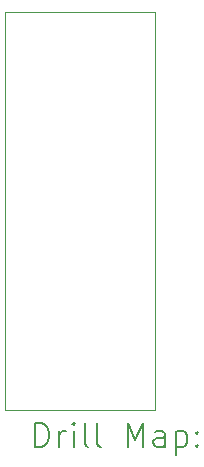
<source format=gbr>
%TF.GenerationSoftware,KiCad,Pcbnew,(6.0.11)*%
%TF.CreationDate,2024-01-12T21:04:41+00:00*%
%TF.ProjectId,EcoIDSwitch,45636f49-4453-4776-9974-63682e6b6963,rev?*%
%TF.SameCoordinates,Original*%
%TF.FileFunction,Drillmap*%
%TF.FilePolarity,Positive*%
%FSLAX45Y45*%
G04 Gerber Fmt 4.5, Leading zero omitted, Abs format (unit mm)*
G04 Created by KiCad (PCBNEW (6.0.11)) date 2024-01-12 21:04:41*
%MOMM*%
%LPD*%
G01*
G04 APERTURE LIST*
%ADD10C,0.100000*%
%ADD11C,0.200000*%
G04 APERTURE END LIST*
D10*
X16810000Y-6810000D02*
X15540000Y-6810000D01*
X15540000Y-6810000D02*
X15540000Y-10180000D01*
X16810000Y-10180000D02*
X16810000Y-6810000D01*
X15540000Y-10180000D02*
X16810000Y-10180000D01*
D11*
X15792619Y-10495476D02*
X15792619Y-10295476D01*
X15840238Y-10295476D01*
X15868809Y-10305000D01*
X15887857Y-10324048D01*
X15897381Y-10343095D01*
X15906905Y-10381190D01*
X15906905Y-10409762D01*
X15897381Y-10447857D01*
X15887857Y-10466905D01*
X15868809Y-10485952D01*
X15840238Y-10495476D01*
X15792619Y-10495476D01*
X15992619Y-10495476D02*
X15992619Y-10362143D01*
X15992619Y-10400238D02*
X16002143Y-10381190D01*
X16011667Y-10371667D01*
X16030714Y-10362143D01*
X16049762Y-10362143D01*
X16116428Y-10495476D02*
X16116428Y-10362143D01*
X16116428Y-10295476D02*
X16106905Y-10305000D01*
X16116428Y-10314524D01*
X16125952Y-10305000D01*
X16116428Y-10295476D01*
X16116428Y-10314524D01*
X16240238Y-10495476D02*
X16221190Y-10485952D01*
X16211667Y-10466905D01*
X16211667Y-10295476D01*
X16345000Y-10495476D02*
X16325952Y-10485952D01*
X16316428Y-10466905D01*
X16316428Y-10295476D01*
X16573571Y-10495476D02*
X16573571Y-10295476D01*
X16640238Y-10438333D01*
X16706905Y-10295476D01*
X16706905Y-10495476D01*
X16887857Y-10495476D02*
X16887857Y-10390714D01*
X16878333Y-10371667D01*
X16859286Y-10362143D01*
X16821190Y-10362143D01*
X16802143Y-10371667D01*
X16887857Y-10485952D02*
X16868810Y-10495476D01*
X16821190Y-10495476D01*
X16802143Y-10485952D01*
X16792619Y-10466905D01*
X16792619Y-10447857D01*
X16802143Y-10428810D01*
X16821190Y-10419286D01*
X16868810Y-10419286D01*
X16887857Y-10409762D01*
X16983095Y-10362143D02*
X16983095Y-10562143D01*
X16983095Y-10371667D02*
X17002143Y-10362143D01*
X17040238Y-10362143D01*
X17059286Y-10371667D01*
X17068810Y-10381190D01*
X17078333Y-10400238D01*
X17078333Y-10457381D01*
X17068810Y-10476429D01*
X17059286Y-10485952D01*
X17040238Y-10495476D01*
X17002143Y-10495476D01*
X16983095Y-10485952D01*
X17164048Y-10476429D02*
X17173571Y-10485952D01*
X17164048Y-10495476D01*
X17154524Y-10485952D01*
X17164048Y-10476429D01*
X17164048Y-10495476D01*
X17164048Y-10371667D02*
X17173571Y-10381190D01*
X17164048Y-10390714D01*
X17154524Y-10381190D01*
X17164048Y-10371667D01*
X17164048Y-10390714D01*
M02*

</source>
